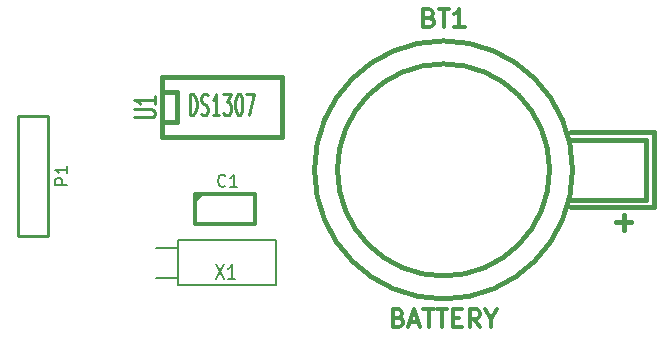
<source format=gto>
G04 (created by PCBNEW (2013-jul-07)-stable) date 2014年08月03日 (週日) 21時34分56秒*
%MOIN*%
G04 Gerber Fmt 3.4, Leading zero omitted, Abs format*
%FSLAX34Y34*%
G01*
G70*
G90*
G04 APERTURE LIST*
%ADD10C,0.00590551*%
%ADD11C,0.015*%
%ADD12C,0.012*%
%ADD13C,0.01*%
%ADD14C,0.008*%
%ADD15C,0.01125*%
%ADD16C,0.006*%
G04 APERTURE END LIST*
G54D10*
G54D11*
X68100Y-43300D02*
X68100Y-43800D01*
X67850Y-43550D02*
X68350Y-43550D01*
X66350Y-40800D02*
X68850Y-40800D01*
X68850Y-40800D02*
X68850Y-42800D01*
X68850Y-42800D02*
X66350Y-42800D01*
X68850Y-40550D02*
X69100Y-40550D01*
X69100Y-40550D02*
X69100Y-43050D01*
X69100Y-43050D02*
X68850Y-43050D01*
X68350Y-40550D02*
X68850Y-40550D01*
X68850Y-43050D02*
X66350Y-43050D01*
X66350Y-40550D02*
X68350Y-40550D01*
X65635Y-41800D02*
G75*
G03X65635Y-41800I-3535J0D01*
G74*
G01*
X66401Y-41800D02*
G75*
G03X66401Y-41800I-4301J0D01*
G74*
G01*
G54D12*
X53820Y-42600D02*
X55800Y-42600D01*
X55800Y-42600D02*
X55800Y-43600D01*
X55800Y-43600D02*
X53800Y-43600D01*
X53800Y-43600D02*
X53800Y-42600D01*
X53800Y-42850D02*
X54050Y-42600D01*
G54D13*
X47900Y-44000D02*
X47900Y-40000D01*
X48900Y-44000D02*
X48900Y-40000D01*
X48900Y-40000D02*
X47900Y-40000D01*
X47900Y-44000D02*
X48900Y-44000D01*
G54D11*
X52700Y-39200D02*
X53200Y-39200D01*
X53200Y-39200D02*
X53200Y-40200D01*
X53200Y-40200D02*
X52700Y-40200D01*
X52700Y-38700D02*
X56700Y-38700D01*
X56700Y-38700D02*
X56700Y-40700D01*
X56700Y-40700D02*
X52700Y-40700D01*
X52700Y-40700D02*
X52700Y-38700D01*
G54D14*
X53250Y-45650D02*
X53250Y-44150D01*
X53250Y-44150D02*
X56500Y-44150D01*
X56500Y-44150D02*
X56500Y-45650D01*
X56500Y-45650D02*
X53250Y-45650D01*
X52500Y-45400D02*
X53250Y-45400D01*
X52500Y-44400D02*
X53250Y-44400D01*
G54D12*
X61628Y-36728D02*
X61714Y-36757D01*
X61742Y-36785D01*
X61771Y-36842D01*
X61771Y-36928D01*
X61742Y-36985D01*
X61714Y-37014D01*
X61657Y-37042D01*
X61428Y-37042D01*
X61428Y-36442D01*
X61628Y-36442D01*
X61685Y-36471D01*
X61714Y-36500D01*
X61742Y-36557D01*
X61742Y-36614D01*
X61714Y-36671D01*
X61685Y-36700D01*
X61628Y-36728D01*
X61428Y-36728D01*
X61942Y-36442D02*
X62285Y-36442D01*
X62114Y-37042D02*
X62114Y-36442D01*
X62800Y-37042D02*
X62457Y-37042D01*
X62628Y-37042D02*
X62628Y-36442D01*
X62571Y-36528D01*
X62514Y-36585D01*
X62457Y-36614D01*
X60600Y-46728D02*
X60685Y-46757D01*
X60714Y-46785D01*
X60742Y-46842D01*
X60742Y-46928D01*
X60714Y-46985D01*
X60685Y-47014D01*
X60628Y-47042D01*
X60400Y-47042D01*
X60400Y-46442D01*
X60600Y-46442D01*
X60657Y-46471D01*
X60685Y-46500D01*
X60714Y-46557D01*
X60714Y-46614D01*
X60685Y-46671D01*
X60657Y-46700D01*
X60600Y-46728D01*
X60400Y-46728D01*
X60971Y-46871D02*
X61257Y-46871D01*
X60914Y-47042D02*
X61114Y-46442D01*
X61314Y-47042D01*
X61428Y-46442D02*
X61771Y-46442D01*
X61600Y-47042D02*
X61600Y-46442D01*
X61885Y-46442D02*
X62228Y-46442D01*
X62057Y-47042D02*
X62057Y-46442D01*
X62428Y-46728D02*
X62628Y-46728D01*
X62714Y-47042D02*
X62428Y-47042D01*
X62428Y-46442D01*
X62714Y-46442D01*
X63314Y-47042D02*
X63114Y-46757D01*
X62971Y-47042D02*
X62971Y-46442D01*
X63200Y-46442D01*
X63257Y-46471D01*
X63285Y-46500D01*
X63314Y-46557D01*
X63314Y-46642D01*
X63285Y-46700D01*
X63257Y-46728D01*
X63200Y-46757D01*
X62971Y-46757D01*
X63685Y-46757D02*
X63685Y-47042D01*
X63485Y-46442D02*
X63685Y-46757D01*
X63885Y-46442D01*
G54D14*
X54833Y-42323D02*
X54814Y-42342D01*
X54757Y-42361D01*
X54719Y-42361D01*
X54661Y-42342D01*
X54623Y-42304D01*
X54604Y-42266D01*
X54585Y-42190D01*
X54585Y-42133D01*
X54604Y-42057D01*
X54623Y-42019D01*
X54661Y-41980D01*
X54719Y-41961D01*
X54757Y-41961D01*
X54814Y-41980D01*
X54833Y-42000D01*
X55214Y-42361D02*
X54985Y-42361D01*
X55100Y-42361D02*
X55100Y-41961D01*
X55061Y-42019D01*
X55023Y-42057D01*
X54985Y-42076D01*
X49561Y-42295D02*
X49161Y-42295D01*
X49161Y-42142D01*
X49180Y-42104D01*
X49200Y-42085D01*
X49238Y-42066D01*
X49295Y-42066D01*
X49333Y-42085D01*
X49352Y-42104D01*
X49371Y-42142D01*
X49371Y-42295D01*
X49561Y-41685D02*
X49561Y-41914D01*
X49561Y-41799D02*
X49161Y-41799D01*
X49219Y-41838D01*
X49257Y-41876D01*
X49276Y-41914D01*
G54D15*
X51783Y-40042D02*
X52350Y-40042D01*
X52416Y-40021D01*
X52450Y-40000D01*
X52483Y-39957D01*
X52483Y-39871D01*
X52450Y-39828D01*
X52416Y-39807D01*
X52350Y-39785D01*
X51783Y-39785D01*
X52483Y-39335D02*
X52483Y-39592D01*
X52483Y-39464D02*
X51783Y-39464D01*
X51883Y-39507D01*
X51950Y-39550D01*
X51983Y-39592D01*
G54D12*
G54D13*
X53642Y-39983D02*
X53642Y-39283D01*
X53738Y-39283D01*
X53795Y-39316D01*
X53833Y-39383D01*
X53852Y-39450D01*
X53871Y-39583D01*
X53871Y-39683D01*
X53852Y-39816D01*
X53833Y-39883D01*
X53795Y-39950D01*
X53738Y-39983D01*
X53642Y-39983D01*
X54023Y-39950D02*
X54080Y-39983D01*
X54176Y-39983D01*
X54214Y-39950D01*
X54233Y-39916D01*
X54252Y-39850D01*
X54252Y-39783D01*
X54233Y-39716D01*
X54214Y-39683D01*
X54176Y-39650D01*
X54100Y-39616D01*
X54061Y-39583D01*
X54042Y-39550D01*
X54023Y-39483D01*
X54023Y-39416D01*
X54042Y-39350D01*
X54061Y-39316D01*
X54100Y-39283D01*
X54195Y-39283D01*
X54252Y-39316D01*
X54633Y-39983D02*
X54404Y-39983D01*
X54519Y-39983D02*
X54519Y-39283D01*
X54480Y-39383D01*
X54442Y-39450D01*
X54404Y-39483D01*
X54766Y-39283D02*
X55014Y-39283D01*
X54880Y-39550D01*
X54938Y-39550D01*
X54976Y-39583D01*
X54995Y-39616D01*
X55014Y-39683D01*
X55014Y-39850D01*
X54995Y-39916D01*
X54976Y-39950D01*
X54938Y-39983D01*
X54823Y-39983D01*
X54785Y-39950D01*
X54766Y-39916D01*
X55261Y-39283D02*
X55300Y-39283D01*
X55338Y-39316D01*
X55357Y-39350D01*
X55376Y-39416D01*
X55395Y-39550D01*
X55395Y-39716D01*
X55376Y-39850D01*
X55357Y-39916D01*
X55338Y-39950D01*
X55300Y-39983D01*
X55261Y-39983D01*
X55223Y-39950D01*
X55204Y-39916D01*
X55185Y-39850D01*
X55166Y-39716D01*
X55166Y-39550D01*
X55185Y-39416D01*
X55204Y-39350D01*
X55223Y-39316D01*
X55261Y-39283D01*
X55528Y-39283D02*
X55795Y-39283D01*
X55623Y-39983D01*
G54D12*
G54D16*
X54526Y-44952D02*
X54792Y-45452D01*
X54792Y-44952D02*
X54526Y-45452D01*
X55154Y-45452D02*
X54926Y-45452D01*
X55040Y-45452D02*
X55040Y-44952D01*
X55002Y-45023D01*
X54964Y-45071D01*
X54926Y-45095D01*
M02*

</source>
